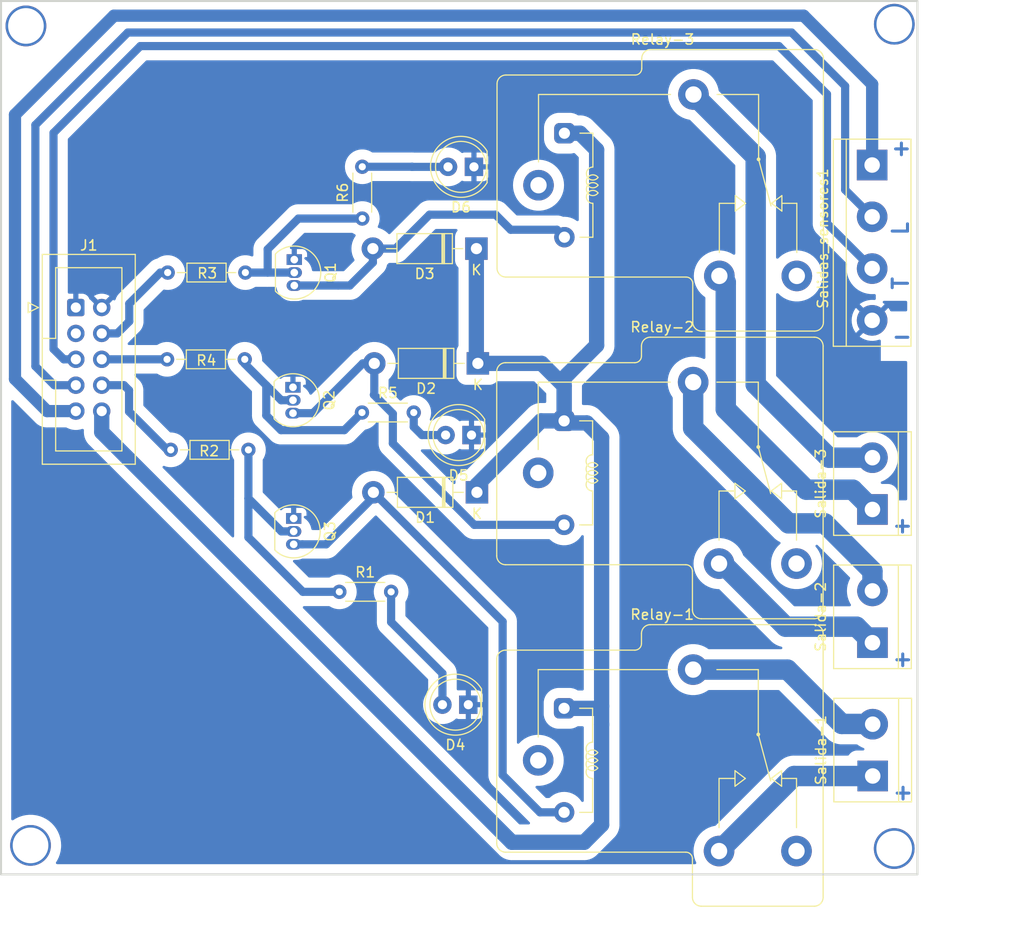
<source format=kicad_pcb>
(kicad_pcb (version 20211014) (generator pcbnew)
  (layers (0 "F.Cu" signal) (31 "B.Cu" signal) (34 "B.Paste" user) (35 "F.Paste" user) (36 "B.SilkS" user "B.Silkscreen") (37 "F.SilkS" user "F.Silkscreen") (38 "B.Mask" user) (39 "F.Mask" user) (44 "Edge.Cuts" user))
  (net 0 "")
  (net 1 "GND")
  (net 2 "Net-(D4-Pad2)")
  (net 3 "+5V")
  (net 4 "Net-(D5-Pad2)")
  (net 5 "+12V")
  (net 6 "Net-(D6-Pad2)")
  (net 8 "Net-(Q1-Pad2)")
  (net 9 "Net-(Q2-Pad2)")
  (net 10 "Net-(Q3-Pad2)")
  (net 11 "Net-(J1-Pad4)")
  (net 12 "Net-(Relay-1-Pad11A)")
  (net 14 "Net-(Relay-2-Pad11A)")
  (net 16 "Net-(Relay-3-Pad11A)")
  (net 18 "Net-(Relay-1-Pad14)")
  (net 19 "Net-(Relay-2-Pad14)")
  (net 20 "Net-(Relay-3-Pad14)")
  (net 21 "Net-(D1-Pad2)")
  (net 22 "Net-(D2-Pad2)")
  (net 23 "Net-(J1-Pad5)")
  (net 24 "Net-(J1-Pad6)")
  (net 25 "Net-(J1-Pad7)")
  (net 26 "Net-(D3-Pad2)")
  (net 27 "Net-(J1-Pad8)")
  (footprint "Resistor_THT:R_Axial_DIN0204_L3.6mm_D1.6mm_P5.08mm_Horizontal" (layer "F.Cu") (at 135.01 109.08)
    (fp_text reference "R1" (at 2.54 -1.92) (layer "F.SilkS"))
    (fp_text value "470")
    (fp_line (start 0.62 0.92) (end 4.46 0.92) (layer "F.SilkS") (width 0.12))
    (fp_line (start 0.62 -0.92) (end 4.46 -0.92) (layer "F.SilkS") (width 0.12))
    (pad "1" thru_hole circle (at 0 0) (size 1.4 1.4) (drill 0.7) (layers *.Cu *.Mask) (net 10 "Net-(Q3-Pad2)"))
    (pad "2" thru_hole oval (at 5.08 0) (size 1.4 1.4) (drill 0.7) (layers *.Cu *.Mask) (net 2 "Net-(D4-Pad2)"))
  )
  (footprint "LED_THT:LED_D5.0mm" (layer "F.Cu") (at 147.665 120.15 180)
    (fp_text reference "D4" (at 1.27 -3.96) (layer "F.SilkS"))
    (fp_text value "LED")
    (fp_line (start -1.29 -1.545) (end -1.29 1.545) (layer "F.SilkS") (width 0.12))
    (fp_arc (start 4.26 -0.000462) (mid 2.072002 2.880433) (end -1.29 1.54483) (layer "F.SilkS") (width 0.12))
    (fp_arc (start -1.29 -1.54483) (mid 2.072002 -2.880433) (end 4.26 0.000462) (layer "F.SilkS") (width 0.12))
    (fp_circle (center 1.27 0) (end 3.77 0) (layer "F.SilkS") (width 0.12) (fill none))
    (pad "1" thru_hole rect (at 0 0 180) (size 1.8 1.8) (drill 0.9) (layers *.Cu *.Mask) (net 1 "GND"))
    (pad "2" thru_hole circle (at 2.54 0 180) (size 1.8 1.8) (drill 0.9) (layers *.Cu *.Mask) (net 2 "Net-(D4-Pad2)"))
  )
  (footprint "Resistor_THT:R_Axial_DIN0204_L3.6mm_D1.6mm_P7.62mm_Horizontal" (layer "F.Cu") (at 125.79 77.76 180)
    (fp_text reference "R3" (at 3.74 -0.07) (layer "F.SilkS"))
    (fp_text value "4k7")
    (fp_line (start 1.89 -0.92) (end 1.89 0.92) (layer "F.SilkS") (width 0.12))
    (fp_line (start 5.73 0.92) (end 5.73 -0.92) (layer "F.SilkS") (width 0.12))
    (fp_line (start 6.68 0) (end 5.73 0) (layer "F.SilkS") (width 0.12))
    (fp_line (start 1.89 0.92) (end 5.73 0.92) (layer "F.SilkS") (width 0.12))
    (fp_line (start 5.73 -0.92) (end 1.89 -0.92) (layer "F.SilkS") (width 0.12))
    (fp_line (start 0.94 0) (end 1.89 0) (layer "F.SilkS") (width 0.12))
    (pad "1" thru_hole circle (at 0 0 180) (size 1.4 1.4) (drill 0.7) (layers *.Cu *.Mask) (net 8 "Net-(Q1-Pad2)"))
    (pad "2" thru_hole oval (at 7.62 0 180) (size 1.4 1.4) (drill 0.7) (layers *.Cu *.Mask) (net 11 "Net-(J1-Pad4)"))
  )
  (footprint "Relay_THT:Relay_SPDT_RAYEX-L90" (layer "F.Cu") (at 154.55 69.19)
    (fp_text reference "Relay-3" (at 12.1666 -14.3) (layer "F.SilkS"))
    (fp_text value "RAYEX-L90")
    (fp_line (start -4.07 -9.94) (end -4.07 8.14) (layer "F.SilkS") (width 0.12))
    (fp_line (start 17.74 6.604) (end 17.74 1.778) (layer "F.SilkS") (width 0.12))
    (fp_line (start 19.304 2.54) (end 20.32 1.778) (layer "F.SilkS") (width 0.12))
    (fp_line (start 5.334 5.1054) (end 4.064 5.1054) (layer "F.SilkS") (width 0.12))
    (fp_line (start 23.876 1.778) (end 25.34 1.778) (layer "F.SilkS") (width 0.12))
    (fp_line (start -3.2 -10.81) (end 9.48 -10.81) (layer "F.SilkS") (width 0.12))
    (fp_line (start 0 -8.9) (end 12.954 -8.9) (layer "F.SilkS") (width 0.12))
    (fp_line (start 0 -8.9) (end 0 -2.286) (layer "F.SilkS") (width 0.12))
    (fp_line (start 15.13 9.66) (end 15.13 13.44) (layer "F.SilkS") (width 0.12))
    (fp_line (start 22.86 1.778) (end 23.876 1.016) (layer "F.SilkS") (width 0.12))
    (fp_line (start 10.13 -12.44) (end 10.13 -11.46) (layer "F.SilkS") (width 0.12))
    (fp_line (start 21.59 -8.9) (end 17.526 -8.9) (layer "F.SilkS") (width 0.12))
    (fp_line (start 25.34 1.778) (end 25.34 6.604) (layer "F.SilkS") (width 0.12))
    (fp_line (start 20.32 1.778) (end 19.304 1.016) (layer "F.SilkS") (width 0.12))
    (fp_line (start 5.334 -1.778) (end 5.334 -5.1054) (layer "F.SilkS") (width 0.12))
    (fp_line (start 17.74 1.778) (end 19.304 1.778) (layer "F.SilkS") (width 0.12))
    (fp_line (start 21.59 -2.54) (end 22.8092 2.032) (layer "F.SilkS") (width 0.12))
    (fp_line (start 23.876 2.54) (end 23.876 1.016) (layer "F.SilkS") (width 0.12))
    (fp_line (start 16 14.31) (end 27.08 14.31) (layer "F.SilkS") (width 0.12))
    (fp_line (start 11 -13.31) (end 27.08 -13.31) (layer "F.SilkS") (width 0.12))
    (fp_line (start 5.334002 5.105397) (end 5.334002 1.777997) (layer "F.SilkS") (width 0.12))
    (fp_line (start 21.59 -2.54) (end 21.59 -8.9) (layer "F.SilkS") (width 0.12))
    (fp_line (start 27.95 -12.44) (end 27.95 13.44) (layer "F.SilkS") (width 0.12))
    (fp_line (start 19.304 1.016) (end 19.304 2.54) (layer "F.SilkS") (width 0.12))
    (fp_line (start 23.876 2.54) (end 22.86 1.778) (layer "F.SilkS") (width 0.12))
    (fp_line (start -3.2 9.01) (end 14.48 9.01) (layer "F.SilkS") (width 0.12))
    (fp_line (start 4.064 -5.1054) (end 5.334 -5.1054) (layer "F.SilkS") (width 0.12))
    (fp_arc (start 5.842266 0.761644) (mid 4.699001 0.381223) (end 5.842001 -0.000002) (layer "F.SilkS") (width 0.12))
    (fp_arc (start 10.13 -12.44) (mid 10.384817 -13.055183) (end 11 -13.31) (layer "F.SilkS") (width 0.12))
    (fp_arc (start 5.8418 -0.761733) (mid 4.765964 -0.859168) (end 5.334 -1.778) (layer "F.SilkS") (width 0.12))
    (fp_arc (start -4.07 -9.94) (mid -3.815183 -10.555183) (end -3.2 -10.81) (layer "F.SilkS") (width 0.12))
    (fp_arc (start 10.13 -11.46) (mid 9.939619 -11.000381) (end 9.48 -10.81) (layer "F.SilkS") (width 0.12))
    (fp_arc (start 14.48 9.01) (mid 14.939619 9.200381) (end 15.13 9.66) (layer "F.SilkS") (width 0.12))
    (fp_arc (start -3.2 9.01) (mid -3.815183 8.755183) (end -4.07 8.14) (layer "F.SilkS") (width 0.12))
    (fp_arc (start 16 14.31) (mid 15.384817 14.055183) (end 15.13 13.44) (layer "F.SilkS") (width 0.12))
    (fp_arc (start 27.08 -13.31) (mid 27.695183 -13.055183) (end 27.95 -12.44) (layer "F.SilkS") (width 0.12))
    (fp_arc (start 5.334002 1.777997) (mid 4.765966 0.859171) (end 5.841802 0.76173) (layer "F.SilkS") (width 0.12))
    (fp_arc (start 5.842265 -0.000355) (mid 4.699001 -0.380778) (end 5.842 -0.762001) (layer "F.SilkS") (width 0.12))
    (fp_arc (start 27.95 13.44) (mid 27.695183 14.055183) (end 27.08 14.31) (layer "F.SilkS") (width 0.12))
    (fp_circle (center 21.59 -2.54) (end 21.59 -2.413) (layer "F.SilkS") (width 0.12) (fill none))
    (pad "11A" thru_hole circle (at 0 0 180) (size 3 3) (drill 1.6) (layers *.Cu *.Mask) (net 16 "Net-(Relay-3-Pad11A)"))
    (pad "11B" thru_hole circle (at 15.2 -8.9 180) (size 3 3) (drill 1.6) (layers *.Cu *.Mask) (net 16 "Net-(Relay-3-Pad11A)"))
    (pad "12" thru_hole circle (at 25.34 8.9 180) (size 3 3) (drill 1.6) (layers *.Cu *.Mask))
    (pad "14" thru_hole circle (at 17.74 8.9 180) (size 3 3) (drill 1.6) (layers *.Cu *.Mask) (net 20 "Net-(Relay-3-Pad14)"))
    (pad "A1" thru_hole roundrect (at 2.54 -5.1 180) (size 2 2) (drill 1.1) (layers *.Cu *.Mask) (net 5 "+12V"))
    (pad "A2" thru_hole circle (at 2.54 5.1 180) (size 2 2) (drill 1.1) (layers *.Cu *.Mask) (net 26 "Net-(D3-Pad2)"))
  )
  (footprint "Connector_IDC:IDC-Header_2x05_P2.54mm_Vertical" (layer "F.Cu") (at 109.16 81.19)
    (fp_text reference "J1" (at 1.27 -6.1) (layer "F.SilkS"))
    (fp_text value "Conn_02x05_Odd_Even")
    (fp_line (start -1.98 3.03) (end -1.98 -3.91) (layer "F.SilkS") (width 0.12))
    (fp_line (start 5.83 15.37) (end -3.29 15.37) (layer "F.SilkS") (width 0.12))
    (fp_line (start -4.68 0.5) (end -3.68 0) (layer "F.SilkS") (width 0.12))
    (fp_line (start -1.98 14.07) (end -1.98 7.13) (layer "F.SilkS") (width 0.12))
    (fp_line (start -4.68 -0.5) (end -4.68 0.5) (layer "F.SilkS") (width 0.12))
    (fp_line (start -3.68 0) (end -4.68 -0.5) (layer "F.SilkS") (width 0.12))
    (fp_line (start -1.98 -3.91) (end 4.52 -3.91) (layer "F.SilkS") (width 0.12))
    (fp_line (start 5.83 -5.21) (end 5.83 15.37) (layer "F.SilkS") (width 0.12))
    (fp_line (start -3.29 15.37) (end -3.29 -5.21) (layer "F.SilkS") (width 0.12))
    (fp_line (start -3.29 -5.21) (end 5.83 -5.21) (layer "F.SilkS") (width 0.12))
    (fp_line (start -1.98 7.13) (end -3.29 7.13) (layer "F.SilkS") (width 0.12))
    (fp_line (start 4.52 14.07) (end -1.98 14.07) (layer "F.SilkS") (width 0.12))
    (fp_line (start -3.29 3.03) (end -1.98 3.03) (layer "F.SilkS") (width 0.12))
    (fp_line (start -1.98 7.13) (end -1.98 7.13) (layer "F.SilkS") (width 0.12))
    (fp_line (start 4.52 -3.91) (end 4.52 14.07) (layer "F.SilkS") (width 0.12))
    (pad "1" thru_hole roundrect (at 0 0) (size 1.7 1.7) (drill 1) (layers *.Cu *.Mask) (roundrect_rratio 0.147059) (net 1 "GND"))
    (pad "2" thru_hole circle (at 2.54 0) (size 1.7 1.7) (drill 1) (layers *.Cu *.Mask) (net 1 "GND"))
    (pad "3" thru_hole circle (at 0 2.54) (size 1.7 1.7) (drill 1) (layers *.Cu *.Mask))
    (pad "4" thru_hole circle (at 2.54 2.54) (size 1.7 1.7) (drill 1) (layers *.Cu *.Mask) (net 11 "Net-(J1-Pad4)"))
    (pad "5" thru_hole circle (at 0 5.08) (size 1.7 1.7) (drill 1) (layers *.Cu *.Mask) (net 23 "Net-(J1-Pad5)"))
    (pad "6" thru_hole circle (at 2.54 5.08) (size 1.7 1.7) (drill 1) (layers *.Cu *.Mask) (net 24 "Net-(J1-Pad6)"))
    (pad "7" thru_hole circle (at 0 7.62) (size 1.7 1.7) (drill 1) (layers *.Cu *.Mask) (net 25 "Net-(J1-Pad7)"))
    (pad "8" thru_hole circle (at 2.54 7.62) (size 1.7 1.7) (drill 1) (layers *.Cu *.Mask) (net 27 "Net-(J1-Pad8)"))
    (pad "9" thru_hole circle (at 0 10.16) (size 1.7 1.7) (drill 1) (layers *.Cu *.Mask) (net 3 "+5V"))
    (pad "10" thru_hole circle (at 2.54 10.16) (size 1.7 1.7) (drill 1) (layers *.Cu *.Mask) (net 5 "+12V"))
  )
  (footprint "Diode_THT:D_DO-41_SOD81_P10.16mm_Horizontal" (layer "F.Cu") (at 148.6 86.67 180)
    (fp_text reference "D2" (at 5.08 -2.47) (layer "F.SilkS"))
    (fp_text value "1N4007")
    (fp_text user "K" (at 0 -2.1) (layer "F.SilkS"))
    (fp_line (start 1.34 0) (end 2.36 0) (layer "F.SilkS") (width 0.12))
    (fp_line (start 2.36 1.47) (end 7.8 1.47) (layer "F.SilkS") (width 0.12))
    (fp_line (start 7.8 1.47) (end 7.8 -1.47) (layer "F.SilkS") (width 0.12))
    (fp_line (start 2.36 -1.47) (end 2.36 1.47) (layer "F.SilkS") (width 0.12))
    (fp_line (start 7.8 -1.47) (end 2.36 -1.47) (layer "F.SilkS") (width 0.12))
    (fp_line (start 3.38 -1.47) (end 3.38 1.47) (layer "F.SilkS") (width 0.12))
    (fp_line (start 3.14 -1.47) (end 3.14 1.47) (layer "F.SilkS") (width 0.12))
    (fp_line (start 3.26 -1.47) (end 3.26 1.47) (layer "F.SilkS") (width 0.12))
    (fp_line (start 8.82 0) (end 7.8 0) (layer "F.SilkS") (width 0.12))
    (pad "1" thru_hole rect (at 0 0 180) (size 2.2 2.2) (drill 1.1) (layers *.Cu *.Mask) (net 5 "+12V"))
    (pad "2" thru_hole oval (at 10.16 0 180) (size 2.2 2.2) (drill 1.1) (layers *.Cu *.Mask) (net 22 "Net-(D2-Pad2)"))
  )
  (footprint "LED_THT:LED_D5.0mm" (layer "F.Cu") (at 148.215 67.39 180)
    (fp_text reference "D6" (at 1.27 -3.96) (layer "F.SilkS"))
    (fp_text value "LED")
    (fp_line (start -1.29 -1.545) (end -1.29 1.545) (layer "F.SilkS") (width 0.12))
    (fp_arc (start 4.26 -0.000462) (mid 2.072002 2.880433) (end -1.29 1.54483) (layer "F.SilkS") (width 0.12))
    (fp_arc (start -1.29 -1.54483) (mid 2.072002 -2.880433) (end 4.26 0.000462) (layer "F.SilkS") (width 0.12))
    (fp_circle (center 1.27 0) (end 3.77 0) (layer "F.SilkS") (width 0.12) (fill none))
    (pad "1" thru_hole rect (at 0 0 180) (size 1.8 1.8) (drill 0.9) (layers *.Cu *.Mask) (net 1 "GND"))
    (pad "2" thru_hole circle (at 2.54 0 180) (size 1.8 1.8) (drill 0.9) (layers *.Cu *.Mask) (net 6 "Net-(D6-Pad2)"))
  )
  (footprint "TerminalBlock:TerminalBlock_bornier-4_P5.08mm" (layer "F.Cu") (at 187.28 67.21 -90)
    (fp_text reference "Salidas_sensores1" (at 7.205 4.835 90) (layer "F.SilkS"))
    (fp_text value "Conn_01x04")
    (fp_line (start -2.54 -3.81) (end -2.54 3.81) (layer "F.SilkS") (width 0.12))
    (fp_line (start -2.54 -3.81) (end 17.78 -3.81) (layer "F.SilkS") (width 0.12))
    (fp_line (start -2.54 3.81) (end 17.78 3.81) (layer "F.SilkS") (width 0.12))
    (fp_line (start 17.78 2.54) (end -2.54 2.54) (layer "F.SilkS") (width 0.12))
    (fp_line (start 17.78 3.81) (end 17.78 -3.81) (layer "F.SilkS") (width 0.12))
    (pad "1" thru_hole rect (at 0 0 270) (size 3 3) (drill 1.52) (layers *.Cu *.Mask) (net 3 "+5V"))
    (pad "2" thru_hole circle (at 5.08 0 270) (size 3 3) (drill 1.52) (layers *.Cu *.Mask) (net 25 "Net-(J1-Pad7)"))
    (pad "3" thru_hole circle (at 10.16 0 270) (size 3 3) (drill 1.52) (layers *.Cu *.Mask) (net 23 "Net-(J1-Pad5)"))
    (pad "4" thru_hole circle (at 15.24 0 270) (size 3 3) (drill 1.52) (layers *.Cu *.Mask) (net 1 "GND"))
  )
  (footprint "TerminalBlock:TerminalBlock_bornier-2_P5.08mm" (layer "F.Cu") (at 187.31 101 90)
    (fp_text reference "Salida-3" (at 2.54 -5.08 90) (layer "F.SilkS"))
    (fp_text value "Conn_01x02")
    (fp_line (start 7.62 3.81) (end 7.62 -3.81) (layer "F.SilkS") (width 0.12))
    (fp_line (start -2.54 3.81) (end 7.62 3.81) (layer "F.SilkS") (width 0.12))
    (fp_line (start 7.62 2.54) (end -2.54 2.54) (layer "F.SilkS") (width 0.12))
    (fp_line (start 7.62 -3.81) (end -2.54 -3.81) (layer "F.SilkS") (width 0.12))
    (fp_line (start -2.54 -3.81) (end -2.54 3.81) (layer "F.SilkS") (width 0.12))
    (pad "1" thru_hole rect (at 0 0 90) (size 3 3) (drill 1.52) (layers *.Cu *.Mask) (net 20 "Net-(Relay-3-Pad14)"))
    (pad "2" thru_hole circle (at 5.08 0 90) (size 3 3) (drill 1.52) (layers *.Cu *.Mask) (net 16 "Net-(Relay-3-Pad11A)"))
  )
  (footprint "Package_TO_SOT_THT:TO-92_Inline" (layer "F.Cu") (at 130.59 76.49 -90)
    (fp_text reference "Q1" (at 1.27 -3.56 90) (layer "F.SilkS"))
    (fp_text value "PN2222A")
    (fp_line (start -0.53 1.85) (end 3.07 1.85) (layer "F.SilkS") (width 0.12))
    (fp_arc (start 1.27 -2.6) (mid 3.672087 -0.994977) (end 3.108478 1.838478) (layer "F.SilkS") (width 0.12))
    (fp_arc (start -0.568478 1.838478) (mid -1.132087 -0.994977) (end 1.27 -2.6) (layer "F.SilkS") (width 0.12))
    (pad "1" thru_hole rect (at 0 0 270) (size 1.05 1.5) (drill 0.75) (layers *.Cu *.Mask) (net 1 "GND"))
    (pad "2" thru_hole oval (at 1.27 0 270) (size 1.05 1.5) (drill 0.75) (layers *.Cu *.Mask) (net 8 "Net-(Q1-Pad2)"))
    (pad "3" thru_hole oval (at 2.54 0 270) (size 1.05 1.5) (drill 0.75) (layers *.Cu *.Mask) (net 26 "Net-(D3-Pad2)"))
  )
  (footprint "Package_TO_SOT_THT:TO-92_Inline" (layer "F.Cu") (at 130.46 89.013832 -90)
    (fp_text reference "Q2" (at 1.27 -3.56 90) (layer "F.SilkS"))
    (fp_text value "PN2222A")
    (fp_line (start -0.53 1.85) (end 3.07 1.85) (layer "F.SilkS") (width 0.12))
    (fp_arc (start -0.568478 1.838478) (mid -1.132087 -0.994977) (end 1.27 -2.6) (layer "F.SilkS") (width 0.12))
    (fp_arc (start 1.27 -2.6) (mid 3.672087 -0.994977) (end 3.108478 1.838478) (layer "F.SilkS") (width 0.12))
    (pad "1" thru_hole rect (at 0 0 270) (size 1.05 1.5) (drill 0.75) (layers *.Cu *.Mask) (net 1 "GND"))
    (pad "2" thru_hole oval (at 1.27 0 270) (size 1.05 1.5) (drill 0.75) (layers *.Cu *.Mask) (net 9 "Net-(Q2-Pad2)"))
    (pad "3" thru_hole oval (at 2.54 0 270) (size 1.05 1.5) (drill 0.75) (layers *.Cu *.Mask) (net 22 "Net-(D2-Pad2)"))
  )
  (footprint "Diode_THT:D_DO-41_SOD81_P10.16mm_Horizontal" (layer "F.Cu") (at 148.46 75.41 180)
    (fp_text reference "D3" (at 5.08 -2.47) (layer "F.SilkS"))
    (fp_text value "1N4007")
    (fp_text user "K" (at 0 -2.1) (layer "F.SilkS"))
    (fp_line (start 3.26 -1.47) (end 3.26 1.47) (layer "F.SilkS") (width 0.12))
    (fp_line (start 8.82 0) (end 7.8 0) (layer "F.SilkS") (width 0.12))
    (fp_line (start 7.8 -1.47) (end 2.36 -1.47) (layer "F.SilkS") (width 0.12))
    (fp_line (start 2.36 -1.47) (end 2.36 1.47) (layer "F.SilkS") (width 0.12))
    (fp_line (start 1.34 0) (end 2.36 0) (layer "F.SilkS") (width 0.12))
    (fp_line (start 3.38 -1.47) (end 3.38 1.47) (layer "F.SilkS") (width 0.12))
    (fp_line (start 7.8 1.47) (end 7.8 -1.47) (layer "F.SilkS") (width 0.12))
    (fp_line (start 3.14 -1.47) (end 3.14 1.47) (layer "F.SilkS") (width 0.12))
    (fp_line (start 2.36 1.47) (end 7.8 1.47) (layer "F.SilkS") (width 0.12))
    (pad "1" thru_hole rect (at 0 0 180) (size 2.2 2.2) (drill 1.1) (layers *.Cu *.Mask) (net 5 "+12V"))
    (pad "2" thru_hole oval (at 10.16 0 180) (size 2.2 2.2) (drill 1.1) (layers *.Cu *.Mask) (net 26 "Net-(D3-Pad2)"))
  )
  (footprint "TerminalBlock:TerminalBlock_bornier-2_P5.08mm" (layer "F.Cu") (at 187.31 114.07 90)
    (fp_text reference "Salida-2" (at 2.54 -5.08 90) (layer "F.SilkS"))
    (fp_text value "Conn_01x02")
    (fp_line (start 7.62 3.81) (end 7.62 -3.81) (layer "F.SilkS") (width 0.12))
    (fp_line (start 7.62 -3.81) (end -2.54 -3.81) (layer "F.SilkS") (width 0.12))
    (fp_line (start 7.62 2.54) (end -2.54 2.54) (layer "F.SilkS") (width 0.12))
    (fp_line (start -2.54 3.81) (end 7.62 3.81) (layer "F.SilkS") (width 0.12))
    (fp_line (start -2.54 -3.81) (end -2.54 3.81) (layer "F.SilkS") (width 0.12))
    (pad "1" thru_hole rect (at 0 0 90) (size 3 3) (drill 1.52) (layers *.Cu *.Mask) (net 19 "Net-(Relay-2-Pad14)"))
    (pad "2" thru_hole circle (at 5.08 0 90) (size 3 3) (drill 1.52) (layers *.Cu *.Mask) (net 14 "Net-(Relay-2-Pad11A)"))
  )
  (footprint "Package_TO_SOT_THT:TO-92_Inline" (layer "F.Cu") (at 130.53 101.88 -90)
    (fp_text reference "Q3" (at 1.27 -3.56 90) (layer "F.SilkS"))
    (fp_text value "PN2222A")
    (fp_line (start -0.53 1.85) (end 3.07 1.85) (layer "F.SilkS") (width 0.12))
    (fp_arc (start 1.27 -2.6) (mid 3.672087 -0.994977) (end 3.108478 1.838478) (layer "F.SilkS") (width 0.12))
    (fp_arc (start -0.568478 1.838478) (mid -1.132087 -0.994977) (end 1.27 -2.6) (layer "F.SilkS") (width 0.12))
    (pad "1" thru_hole rect (at 0 0 270) (size 1.05 1.5) (drill 0.75) (layers *.Cu *.Mask) (net 1 "GND"))
    (pad "2" thru_hole oval (at 1.27 0 270) (size 1.05 1.5) (drill 0.75) (layers *.Cu *.Mask) (net 10 "Net-(Q3-Pad2)"))
    (pad "3" thru_hole oval (at 2.54 0 270) (size 1.05 1.5) (drill 0.75) (layers *.Cu *.Mask) (net 21 "Net-(D1-Pad2)"))
  )
  (footprint "TerminalBlock:TerminalBlock_bornier-2_P5.08mm" (layer "F.Cu") (at 187.335 127.145 90)
    (fp_text reference "Salida-1" (at 2.54 -5.08 90) (layer "F.SilkS"))
    (fp_text value "Conn_01x02")
    (fp_line (start -2.54 3.81) (end 7.62 3.81) (layer "F.SilkS") (width 0.12))
    (fp_line (start 7.62 -3.81) (end -2.54 -3.81) (layer "F.SilkS") (width 0.12))
    (fp_line (start 7.62 3.81) (end 7.62 -3.81) (layer "F.SilkS") (width 0.12))
    (fp_line (start -2.54 -3.81) (end -2.54 3.81) (layer "F.SilkS") (width 0.12))
    (fp_line (start 7.62 2.54) (end -2.54 2.54) (layer "F.SilkS") (width 0.12))
    (pad "1" thru_hole rect (at 0 0 90) (size 3 3) (drill 1.52) (layers *.Cu *.Mask) (net 18 "Net-(Relay-1-Pad14)"))
    (pad "2" thru_hole circle (at 5.08 0 90) (size 3 3) (drill 1.52) (layers *.Cu *.Mask) (net 12 "Net-(Relay-1-Pad11A)"))
  )
  (footprint "Relay_THT:Relay_SPDT_RAYEX-L90" (layer "F.Cu") (at 154.52 97.41)
    (fp_text reference "Relay-2" (at 12.1666 -14.3) (layer "F.SilkS"))
    (fp_text value "RAYEX-L90")
    (fp_line (start 5.334 -1.778) (end 5.334 -5.1054) (layer "F.SilkS") (width 0.12))
    (fp_line (start -4.07 -9.94) (end -4.07 8.14) (layer "F.SilkS") (width 0.12))
    (fp_line (start 16 14.31) (end 27.08 14.31) (layer "F.SilkS") (width 0.12))
    (fp_line (start 21.59 -8.9) (end 17.526 -8.9) (layer "F.SilkS") (width 0.12))
    (fp_line (start 23.876 2.54) (end 22.86 1.778) (layer "F.SilkS") (width 0.12))
    (fp_line (start 23.876 2.54) (end 23.876 1.016) (layer "F.SilkS") (width 0.12))
    (fp_line (start 17.74 1.778) (end 19.304 1.778) (layer "F.SilkS") (width 0.12))
    (fp_line (start 10.13 -12.44) (end 10.13 -11.46) (layer "F.SilkS") (width 0.12))
    (fp_line (start 15.13 9.66) (end 15.13 13.44) (layer "F.SilkS") (width 0.12))
    (fp_line (start 21.59 -2.54) (end 21.59 -8.9) (layer "F.SilkS") (width 0.12))
    (fp_line (start -3.2 9.01) (end 14.48 9.01) (layer "F.SilkS") (width 0.12))
    (fp_line (start 22.86 1.778) (end 23.876 1.016) (layer "F.SilkS") (width 0.12))
    (fp_line (start 27.95 -12.44) (end 27.95 13.44) (layer "F.SilkS") (width 0.12))
    (fp_line (start 25.34 1.778) (end 25.34 6.604) (layer "F.SilkS") (width 0.12))
    (fp_line (start 5.334 5.1054) (end 4.064 5.1054) (layer "F.SilkS") (width 0.12))
    (fp_line (start 4.064 -5.1054) (end 5.334 -5.1054) (layer "F.SilkS") (width 0.12))
    (fp_line (start 19.304 1.016) (end 19.304 2.54) (layer "F.SilkS") (width 0.12))
    (fp_line (start -3.2 -10.81) (end 9.48 -10.81) (layer "F.SilkS") (width 0.12))
    (fp_line (start 0 -8.9) (end 0 -2.286) (layer "F.SilkS") (width 0.12))
    (fp_line (start 0 -8.9) (end 12.954 -8.9) (layer "F.SilkS") (width 0.12))
    (fp_line (start 11 -13.31) (end 27.08 -13.31) (layer "F.SilkS") (width 0.12))
    (fp_line (start 5.334002 5.105397) (end 5.334002 1.777997) (layer "F.SilkS") (width 0.12))
    (fp_line (start 20.32 1.778) (end 19.304 1.016) (layer "F.SilkS") (width 0.12))
    (fp_line (start 23.876 1.778) (end 25.34 1.778) (layer "F.SilkS") (width 0.12))
    (fp_line (start 19.304 2.54) (end 20.32 1.778) (layer "F.SilkS") (width 0.12))
    (fp_line (start 21.59 -2.54) (end 22.8092 2.032) (layer "F.SilkS") (width 0.12))
    (fp_line (start 17.74 6.604) (end 17.74 1.778) (layer "F.SilkS") (width 0.12))
    (fp_arc (start 5.8418 -0.761733) (mid 4.765964 -0.859168) (end 5.334 -1.778) (layer "F.SilkS") (width 0.12))
    (fp_arc (start 5.842265 -0.000355) (mid 4.699001 -0.380778) (end 5.842 -0.762001) (layer "F.SilkS") (width 0.12))
    (fp_arc (start 5.842266 0.761644) (mid 4.699001 0.381223) (end 5.842001 -0.000002) (layer "F.SilkS") (width 0.12))
    (fp_arc (start 27.08 -13.31) (mid 27.695183 -13.055183) (end 27.95 -12.44) (layer "F.SilkS") (width 0.12))
    (fp_arc (start 16 14.31) (mid 15.384817 14.055183) (end 15.13 13.44) (layer "F.SilkS") (width 0.12))
    (fp_arc (start 27.95 13.44) (mid 27.695183 14.055183) (end 27.08 14.31) (layer "F.SilkS") (width 0.12))
    (fp_arc (start -4.07 -9.94) (mid -3.815183 -10.555183) (end -3.2 -10.81) (layer "F.SilkS") (width 0.12))
    (fp_arc (start 10.13 -11.46) (mid 9.939619 -11.000381) (end 9.48 -10.81) (layer "F.SilkS") (width 0.12))
    (fp_arc (start 5.334002 1.777997) (mid 4.765966 0.859171) (end 5.841802 0.76173) (layer "F.SilkS") (width 0.12))
    (fp_arc (start -3.2 9.01) (mid -3.815183 8.755183) (end -4.07 8.14) (layer "F.SilkS") (width 0.12))
    (fp_arc (start 10.13 -12.44) (mid 10.384817 -13.055183) (end 11 -13.31) (layer "F.SilkS") (width 0.12))
    (fp_arc (start 14.48 9.01) (mid 14.939619 9.200381) (end 15.13 9.66) (layer "F.SilkS") (width 0.12))
    (fp_circle (center 21.59 -2.54) (end 21.59 -2.413) (layer "F.SilkS") (width 0.12) (fill none))
    (pad "11A" thru_hole circle (at 0 0 180) (size 3 3) (drill 1.6) (layers *.Cu *.Mask) (net 14 "Net-(Relay-2-Pad11A)"))
    (pad "11B" thru_hole circle (at 15.2 -8.9 180) (size 3 3) (drill 1.6) (layers *.Cu *.Mask) (net 14 "Net-(Relay-2-Pad11A)"))
    (pad "12" thru_hole circle (at 25.34 8.9 180) (size 3 3) (drill 1.6) (layers *.Cu *.Mask))
    (pad "14" thru_hole circle (at 17.74 8.9 180) (size 3 3) (drill 1.6) (layers *.Cu *.Mask) (net 19 "Net-(Relay-2-Pad14)"))
    (pad "A1" thru_hole roundrect (at 2.54 -5.1 180) (size 2 2) (drill 1.1) (layers *.Cu *.Mask) (net 5 "+12V"))
    (pad "A2" thru_hole circle (at 2.54 5.1 180) (size 2 2) (drill 1.1) (layers *.Cu *.Mask) (net 22 "Net-(D2-Pad2)"))
  )
  (footprint "LED_THT:LED_D5.0mm" (layer "F.Cu") (at 147.975 93.7 180)
    (fp_text reference "D5" (at 1.27 -3.96) (layer "F.SilkS"))
    (fp_text value "LED")
    (fp_line (start -1.29 -1.545) (end -1.29 1.545) (layer "F.SilkS") (width 0.12))
    (fp_arc (start 4.26 -0.000462) (mid 2.072002 2.880433) (end -1.29 1.54483) (layer "F.SilkS") (width 0.12))
    (fp_arc (start -1.29 -1.54483) (mid 2.072002 -2.880433) (end 4.26 0.000462) (layer "F.SilkS") (width 0.12))
    (fp_circle (center 1.27 0) (end 3.77 0) (layer "F.SilkS") (width 0.12) (fill none))
    (pad "1" thru_hole rect (at 0 0 180) (size 1.8 1.8) (drill 0.9) (layers *.Cu *.Mask) (net 1 "GND"))
    (pad "2" thru_hole circle (at 2.54 0 180) (size 1.8 1.8) (drill 0.9) (layers *.Cu *.Mask) (net 4 "Net-(D5-Pad2)"))
  )
  (footprint "Resistor_THT:R_Axial_DIN0204_L3.6mm_D1.6mm_P7.62mm_Horizontal" (layer "F.Cu") (at 126.09 95.15 180)
    (fp_text reference "R2" (at 3.85 -0.12) (layer "F.SilkS"))
    (fp_text value "4k7")
    (fp_line (start 5.73 -0.92) (end 1.89 -0.92) (layer "F.SilkS") (width 0.12))
    (fp_line (start 1.89 0.92) (end 5.73 0.92) (layer "F.SilkS") (width 0.12))
    (fp_line (start 1.89 -0.92) (end 1.89 0.92) (layer "F.SilkS") (width 0.12))
    (fp_line (start 6.68 0) (end 5.73 0) (layer "F.SilkS") (width 0.12))
    (fp_line (start 5.73 0.92) (end 5.73 -0.92) (layer "F.SilkS") (width 0.12))
    (fp_line (start 0.94 0) (end 1.89 0) (layer "F.SilkS") (width 0.12))
    (pad "1" thru_hole circle (at 0 0 180) (size 1.4 1.4) (drill 0.7) (layers *.Cu *.Mask) (net 10 "Net-(Q3-Pad2)"))
    (pad "2" thru_hole oval (at 7.62 0 180) (size 1.4 1.4) (drill 0.7) (layers *.Cu *.Mask) (net 27 "Net-(J1-Pad8)"))
  )
  (footprint "Relay_THT:Relay_SPDT_RAYEX-L90" (layer "F.Cu") (at 154.52 125.61)
    (fp_text reference "Relay-1" (at 12.1666 -14.3) (layer "F.SilkS"))
    (fp_text value "RAYEX-L90")
    (fp_line (start 16 14.31) (end 27.08 14.31) (layer "F.SilkS") (width 0.12))
    (fp_line (start 21.59 -8.9) (end 17.526 -8.9) (layer "F.SilkS") (width 0.12))
    (fp_line (start 5.334 -1.778) (end 5.334 -5.1054) (layer "F.SilkS") (width 0.12))
    (fp_line (start 5.334 5.1054) (end 4.064 5.1054) (layer "F.SilkS") (width 0.12))
    (fp_line (start 21.59 -2.54) (end 21.59 -8.9) (layer "F.SilkS") (width 0.12))
    (fp_line (start 11 -13.31) (end 27.08 -13.31) (layer "F.SilkS") (width 0.12))
    (fp_line (start 19.304 2.54) (end 20.32 1.778) (layer "F.SilkS") (width 0.12))
    (fp_line (start 10.13 -12.44) (end 10.13 -11.46) (layer "F.SilkS") (width 0.12))
    (fp_line (start 4.064 -5.1054) (end 5.334 -5.1054) (layer "F.SilkS") (width 0.12))
    (fp_line (start 0 -8.9) (end 12.954 -8.9) (layer "F.SilkS") (width 0.12))
    (fp_line (start 0 -8.9) (end 0 -2.286) (layer "F.SilkS") (width 0.12))
    (fp_line (start 23.876 1.778) (end 25.34 1.778) (layer "F.SilkS") (width 0.12))
    (fp_line (start 22.86 1.778) (end 23.876 1.016) (layer "F.SilkS") (width 0.12))
    (fp_line (start 5.334002 5.105397) (end 5.334002 1.777997) (layer "F.SilkS") (width 0.12))
    (fp_line (start -3.2 -10.81) (end 9.48 -10.81) (layer "F.SilkS") (width 0.12))
    (fp_line (start 21.59 -2.54) (end 22.8092 2.032) (layer "F.SilkS") (width 0.12))
    (fp_line (start 15.13 9.66) (end 15.13 13.44) (layer "F.SilkS") (width 0.12))
    (fp_line (start 25.34 1.778) (end 25.34 6.604) (layer "F.SilkS") (width 0.12))
    (fp_line (start 20.32 1.778) (end 19.304 1.016) (layer "F.SilkS") (width 0.12))
    (fp_line (start 19.304 1.016) (end 19.304 2.54) (layer "F.SilkS") (width 0.12))
    (fp_line (start 23.876 2.54) (end 22.86 1.778) (layer "F.SilkS") (width 0.12))
    (fp_line (start 17.74 6.604) (end 17.74 1.778) (layer "F.SilkS") (width 0.12))
    (fp_line (start -4.07 -9.94) (end -4.07 8.14) (layer "F.SilkS") (width 0.12))
    (fp_line (start 27.95 -12.44) (end 27.95 13.44) (layer "F.SilkS") (width 0.12))
    (fp_line (start 23.876 2.54) (end 23.876 1.016) (layer "F.SilkS") (width 0.12))
    (fp_line (start -3.2 9.01) (end 14.48 9.01) (layer "F.SilkS") (width 0.12))
    (fp_line (start 17.74 1.778) (end 19.304 1.778) (layer "F.SilkS") (width 0.12))
    (fp_arc (start 16 14.31) (mid 15.384817 14.055183) (end 15.13 13.44) (layer "F.SilkS") (width 0.12))
    (fp_arc (start 14.48 9.01) (mid 14.939619 9.200381) (end 15.13 9.66) (layer "F.SilkS") (width 0.12))
    (fp_arc (start -4.07 -9.94) (mid -3.815183 -10.555183) (end -3.2 -10.81) (layer "F.SilkS") (width 0.12))
    (fp_arc (start 5.8418 -0.761733) (mid 4.765964 -0.859168) (end 5.334 -1.778) (layer "F.SilkS") (width 0.12))
    (fp_arc (start 10.13 -12.44) (mid 10.384817 -13.055183) (end 11 -13.31) (layer "F.SilkS") (width 0.12))
    (fp_arc (start 5.334002 1.777997) (mid 4.765966 0.859171) (end 5.841802 0.76173) (layer "F.SilkS") (width 0.12))
    (fp_arc (start 27.95 13.44) (mid 27.695183 14.055183) (end 27.08 14.31) (layer "F.SilkS") (width 0.12))
    (fp_arc (start 5.842265 -0.000355) (mid 4.699001 -0.380778) (end 5.842 -0.762001) (layer "F.SilkS") (width 0.12))
    (fp_arc (start 5.842266 0.761644) (mid 4.699001 0.381223) (end 5.842001 -0.000002) (layer "F.SilkS") (width 0.12))
    (fp_arc (start 10.13 -11.46) (mid 9.939619 -11.000381) (end 9.48 -10.81) (layer "F.SilkS") (width 0.12))
    (fp_arc (start -3.2 9.01) (mid -3.815183 8.755183) (end -4.07 8.14) (layer "F.SilkS") (width 0.12))
    (fp_arc (start 27.08 -13.31) (mid 27.695183 -13.055183) (end 27.95 -12.44) (layer "F.SilkS") (width 0.12))
    (fp_circle (center 21.59 -2.54) (end 21.59 -2.413) (layer "F.SilkS") (width 0.12) (fill none))
    (pad "11A" thru_hole circle (at 0 0 180) (size 3 3) (drill 1.6) (layers *.Cu *.Mask) (net 12 "Net-(Relay-1-Pad11A)"))
    (pad "11B" thru_hole circle (at 15.2 -8.9 180) (size 3 3) (drill 1.6) (layers *.Cu *.Mask) (net 12 "Net-(Relay-1-Pad11A)"))
    (pad "12" thru_hole circle (at 25.34 8.9 180) (size 3 3) (drill 1.6) (layers *.Cu *.Mask))
    (pad "14" thru_hole circle (at 17.74 8.9 180) (size 3 3) (drill 1.6) (layers *.Cu *.Mask) (net 18 "Net-(Relay-1-Pad14)"))
    (pad "A1" thru_hole roundrect (at 2.54 -5.1 180) (size 2 2) (drill 1.1) (layers *.Cu *.Mask) (net 5 "+12V"))
    (pad "A2" thru_hole circle (at 2.54 5.1 180) (size 2 2) (drill 1.1) (layers *.Cu *.Mask) (net 21 "Net-(D1-Pad2)"))
  )
  (footprint "Diode_THT:D_DO-41_SOD81_P10.16mm_Horizontal" (layer "F.Cu") (at 148.51 99.32 180)
    (fp_text reference "D1" (at 5.08 -2.47) (layer "F.SilkS"))
    (fp_text value "1N4007")
    (fp_text user "K" (at 0 -2.1) (layer "F.SilkS"))
    (fp_line (start 3.26 -1.47) (end 3.26 1.47) (layer "F.SilkS") (width 0.12))
    (fp_line (start 2.36 -1.47) (end 2.36 1.47) (layer "F.SilkS") (width 0.12))
    (fp_line (start 7.8 -1.47) (end 2.36 -1.47) (layer "F.SilkS") (width 0.12))
    (fp_line (start 1.34 0) (end 2.36 0) (layer "F.SilkS") (width 0.12))
    (fp_line (start 3.38 -1.47) (end 3.38 1.47) (layer "F.SilkS") (width 0.12))
    (fp_line (start 7.8 1.47) (end 7.8 -1.47) (layer "F.SilkS") (width 0.12))
    (fp_line (start 8.82 0) (end 7.8 0) (layer "F.SilkS") (width 0.12))
    (fp_line (start 3.14 -1.47) (end 3.14 1.47) (layer "F.SilkS") (width 0.12))
    (fp_line (start 2.36 1.47) (end 7.8 1.47) (layer "F.SilkS") (width 0.12))
    (pad "1" thru_hole rect (at 0 0 180) (size 2.2 2.2) (drill 1.1) (layers *.Cu *.Mask) (net 5 "+12V"))
    (pad "2" thru_hole oval (at 10.16 0 180) (size 2.2 2.2) (drill 1.1) (layers *.Cu *.Mask) (net 21 "Net-(D1-Pad2)"))
  )
  (footprint "Resistor_THT:R_Axial_DIN0204_L3.6mm_D1.6mm_P7.62mm_Horizontal" (layer "F.Cu") (at 125.73 86.27 180)
    (fp_text reference "R4" (at 3.77 -0.12) (layer "F.SilkS"))
    (fp_text value "4k7")
    (fp_line (start 0.94 0) (end 1.89 0) (layer "F.SilkS") (width 0.12))
    (fp_line (start 1.89 0.92) (end 5.73 0.92) (layer "F.SilkS") (width 0.12))
    (fp_line (start 1.89 -0.92) (end 1.89 0.92) (layer "F.SilkS") (width 0.12))
    (fp_line (start 6.68 0) (end 5.73 0) (layer "F.SilkS") (width 0.12))
    (fp_line (start 5.73 -0.92) (end 1.89 -0.92) (layer "F.SilkS") (width 0.12))
    (fp_line (start 5.73 0.92) (end 5.73 -0.92) (layer "F.SilkS") (width 0.12))
    (pad "1" thru_hole circle (at 0 0 180) (size 1.4 1.4) (drill 0.7) (layers *.Cu *.Mask) (net 9 "Net-(Q2-Pad2)"))
    (pad "2" thru_hole oval (at 7.62 0 180) (size 1.4 1.4) (drill 0.7) (layers *.Cu *.Mask) (net 24 "Net-(J1-Pad6)"))
  )
  (footprint "Resistor_THT:R_Axial_DIN0204_L3.6mm_D1.6mm_P5.08mm_Horizontal" (layer "F.Cu") (at 137.23 91.49)
    (fp_text reference "R5" (at 2.54 -1.92) (layer "F.SilkS"))
    (fp_text value "470")
    (fp_line (start 0.62 -0.92) (end 4.46 -0.92) (layer "F.SilkS") (width 0.12))
    (fp_line (start 0.62 0.92) (end 4.46 0.92) (layer "F.SilkS") (width 0.12))
    (pad "1" thru_hole circle (at 0 0) (size 1.4 1.4) (drill 0.7) (layers *.Cu *.Mask) (net 9 "Net-(Q2-Pad2)"))
    (pad "2" thru_hole oval (at 5.08 0) (size 1.4 1.4) (drill 0.7) (layers *.Cu *.Mask) (net 4 "Net-(D5-Pad2)"))
  )
  (footprint "Resistor_THT:R_Axial_DIN0204_L3.6mm_D1.6mm_P5.08mm_Horizontal" (layer "F.Cu") (at 137.26 72.46 90)
    (fp_text reference "R6" (at 2.54 -1.92 90) (layer "F.SilkS"))
    (fp_text value "470")
    (fp_line (start 0.62 0.92) (end 4.46 0.92) (layer "F.SilkS") (width 0.12))
    (fp_line (start 0.62 -0.92) (end 4.46 -0.92) (layer "F.SilkS") (width 0.12))
    (pad "1" thru_hole circle (at 0 0 90) (size 1.4 1.4) (drill 0.7) (layers *.Cu *.Mask) (net 8 "Net-(Q1-Pad2)"))
    (pad "2" thru_hole oval (at 5.08 0 90) (size 1.4 1.4) (drill 0.7) (layers *.Cu *.Mask) (net 6 "Net-(D6-Pad2)"))
  )
  (gr_rect (start 101.82 51.12) (end 191.72 136.8) (layer "Edge.Cuts") (width 0.2) (fill none))
  (gr_text "+\n" (at 190.15 65.52) (layer "B.Cu") (effects (font (size 1.5 1.5) (thickness 0.3))))
  (gr_text "+\n" (at 190.31 128.72) (layer "B.Cu") (effects (font (size 1.5 1.5) (thickness 0.3)) (justify mirror)))
  (gr_text "+\n" (at 190.26 102.54) (layer "B.Cu") (effects (font (size 1.5 1.5) (thickness 0.3)) (justify mirror)))
  (gr_text "-" (at 190.21 84) (layer "B.Cu") (effects (font (size 1.5 1.5) (thickness 0.3))))
  (gr_text "+\n" (at 190.28 115.64) (layer "B.Cu") (effects (font (size 1.5 1.5) (thickness 0.3)) (justify mirror)))
  (gr_text "T" (at 190.07 78.81 90) (layer "B.Cu") (effects (font (size 1.5 1.5) (thickness 0.3))))
  (gr_text "L\n" (at 190.07 73.44 90) (layer "B.Cu") (effects (font (size 1.5 1.5) (thickness 0.3))))
  (via (at 189.445005 134.265) (size 4) (drill 3.5) (layers "F.Cu" "B.Cu") (net 0))
  (via (at 104.715005 133.955005) (size 4) (drill 3.5) (layers "F.Cu" "B.Cu") (net 0))
  (via (at 104.265 53.565) (size 4) (drill 3.5) (layers "F.Cu" "B.Cu") (net 0))
  (via (at 189.455006 53.39502) (size 4) (drill 3.5) (layers "F.Cu" "B.Cu") (net 0))
  (segment (start 111.6625 81.18) (end 111.68 81.18) (width 0.8) (layer "B.Cu") (net 1))
  (segment (start 140.09 112.045) (end 145.125 117.08) (width 0.8) (layer "B.Cu") (net 2))
  (segment (start 140.09 109.08) (end 140.09 112.045) (width 0.8) (layer "B.Cu") (net 2))
  (segment (start 145.125 117.08) (end 145.125 120.15) (width 0.8) (layer "B.Cu") (net 2))
  (segment (start 103.19 62.27) (end 112.9 52.56) (width 1.2) (layer "B.Cu") (net 3))
  (segment (start 180.56 52.56) (end 187.28 59.28) (width 1.2) (layer "B.Cu") (net 3))
  (segment (start 106.34 91.35) (end 103.19 88.2) (width 1.2) (layer "B.Cu") (net 3))
  (segment (start 187.28 59.28) (end 187.28 67.21) (width 1.2) (layer "B.Cu") (net 3))
  (segment (start 103.19 88.2) (end 103.19 62.27) (width 1.2) (layer "B.Cu") (net 3))
  (segment (start 112.9 52.56) (end 180.56 52.56) (width 1.2) (layer "B.Cu") (net 3))
  (segment (start 109.16 91.35) (end 106.34 91.35) (width 1.2) (layer "B.Cu") (net 3))
  (segment (start 142.31 91.49) (end 142.31 92.9) (width 0.8) (layer "B.Cu") (net 4))
  (segment (start 143.11 93.7) (end 145.435 93.7) (width 0.8) (layer "B.Cu") (net 4))
  (segment (start 142.31 92.9) (end 143.11 93.7) (width 0.8) (layer "B.Cu") (net 4))
  (segment (start 157.06 88.88) (end 157.06 92.31) (width 1.5) (layer "B.Cu") (net 5))
  (segment (start 160.74 131.94) (end 160.74 122.06) (width 1.5) (layer "B.Cu") (net 5))
  (segment (start 160.25 65.72) (end 160.25 84.9) (width 1.5) (layer "B.Cu") (net 5))
  (segment (start 157.06 88.09) (end 157.56 87.59) (width 1.5) (layer "B.Cu") (net 5))
  (segment (start 159.29 92.51) (end 160.74 93.96) (width 1.5) (layer "B.Cu") (net 5))
  (segment (start 148.51 98.59) (end 148.51 99.32) (width 1.5) (layer "B.Cu") (net 5))
  (segment (start 159.03 133.65) (end 160.74 131.94) (width 1.5) (layer "B.Cu") (net 5))
  (segment (start 160.53 120.51) (end 160.74 120.3) (width 0.8) (layer "B.Cu") (net 5))
  (segment (start 148.6 86.67) (end 154.85 86.67) (width 1.5) (layer "B.Cu") (net 5))
  (segment (start 157.06 92.31) (end 154.79 92.31) (width 1.5) (layer "B.Cu") (net 5))
  (segment (start 154.79 92.31) (end 148.51 98.59) (width 1.5) (layer "B.Cu") (net 5))
  (segment (start 154.85 86.67) (end 157.06 88.88) (width 1.5) (layer "B.Cu") (net 5))
  (segment (start 157.06 92.31) (end 157.26 92.51) (width 1.5) (layer "B.Cu") (net 5))
  (segment (start 111.7 91.41) (end 111.7 91.35) (width 0.8) (layer "B.Cu") (net 5))
  (segment (start 148.45 86.52) (end 148.6 86.67) (width 1.5) (layer "B.Cu") (net 5))
  (segment (start 160.74 120.3) (end 160.74 122.13) (width 1.5) (layer "B.Cu") (net 5))
  (segment (start 111.7 91.35) (end 111.7 93.412) (width 1.5) (layer "B.Cu") (net 5))
  (segment (start 160.74 93.96) (end 160.74 120.3) (width 1.5) (layer "B.Cu") (net 5))
  (segment (start 157.06 92.31) (end 157.06 88.09) (width 1.5) (layer "B.Cu") (net 5))
  (segment (start 151.938 133.65) (end 159.03 133.65) (width 1.5) (layer "B.Cu") (net 5))
  (segment (start 158.62 64.09) (end 160.25 65.72) (width 1.5) (layer "B.Cu") (net 5))
  (segment (start 111.7 93.412) (end 151.938 133.65) (width 1.5) (layer "B.Cu") (net 5))
  (segment (start 148.45 75.42) (end 148.45 86.52) (width 1.5) (layer "B.Cu") (net 5))
  (segment (start 148.46 75.41) (end 148.45 75.42) (width 1.5) (layer "B.Cu") (net 5))
  (segment (start 157.09 64.09) (end 158.62 64.09) (width 1.5) (layer "B.Cu") (net 5))
  (segment (start 111.65 91.46) (end 111.7 91.41) (width 0.8) (layer "B.Cu") (net 5))
  (segment (start 157.06 120.51) (end 160.53 120.51) (width 1.5) (layer "B.Cu") (net 5))
  (segment (start 157.26 92.51) (end 159.29 92.51) (width 1.5) (layer "B.Cu") (net 5))
  (segment (start 160.25 84.9) (end 157.35 87.8) (width 1.5) (layer "B.Cu") (net 5))
  (segment (start 145.675 67.39) (end 142.15 67.39) (width 0.8) (layer "B.Cu") (net 6))
  (segment (start 142.14 67.38) (end 142.15 67.39) (width 0.8) (layer "B.Cu") (net 6))
  (segment (start 137.26 67.38) (end 142.14 67.38) (width 0.8) (layer "B.Cu") (net 6))
  (segment (start 127.98 77.76) (end 130.59 77.76) (width 0.8) (layer "B.Cu") (net 8))
  (segment (start 130.994 72.46) (end 127.98 75.474) (width 0.8) (layer "B.Cu") (net 8))
  (segment (start 125.79 77.76) (end 127.98 77.76) (width 0.8) (layer "B.Cu") (net 8))
  (segment (start 127.98 75.474) (end 127.98 77.76) (width 0.8) (layer "B.Cu") (net 8))
  (segment (start 137.26 72.46) (end 130.994 72.46) (width 0.8) (layer "B.Cu") (net 8))
  (segment (start 129.303832 90.283832) (end 130.46 90.283832) (width 0.8) (layer "B.Cu") (net 9))
  (segment (start 125.73 86.27) (end 125.73 86.71) (width 0.8) (layer "B.Cu") (net 9))
  (segment (start 125.73 86.71) (end 127.841 88.821) (width 0.8) (layer "B.Cu") (net 9))
  (segment (start 137.23 91.49) (end 135.502 93.218) (width 0.8) (layer "B.Cu") (net 9))
  (segment (start 127.841 88.821) (end 129.303832 90.283832) (width 0.8) (layer "B.Cu") (net 9))
  (segment (start 135.502 93.218) (end 129.286 93.218) (width 0.8) (layer "B.Cu") (net 9))
  (segment (start 127.841 91.773) (end 127.841 88.821) (width 0.8) (layer "B.Cu") (net 9))
  (segment (start 129.286 93.218) (end 127.841 91.773) (width 0.8) (layer "B.Cu") (net 9))
  (segment (start 129.325 103.15) (end 130.53 103.15) (width 0.8) (layer "B.Cu") (net 10))
  (segment (start 126.09 99.915) (end 129.325 103.15) (width 0.8) (layer "B.Cu") (net 10))
  (segment (start 131.432 109.08) (end 126.09 103.738) (width 0.8) (layer "B.Cu") (net 10))
  (segment (start 135.01 109.08) (end 131.432 109.08) (width 0.8) (layer "B.Cu") (net 10))
  (segment (start 126.09 103.738) (end 126.09 99.915) (width 0.8) (layer "B.Cu") (net 10))
  (segment (start 126.09 95.15) (end 126.09 99.915) (width 0.8) (layer "B.Cu") (net 10))
  (segment (start 117.45 77.76) (end 114.4 80.81) (width 0.8) (layer "B.Cu") (net 11))
  (segment (start 114.4 80.81) (end 114.4 82.55) (width 0.8) (layer "B.Cu") (net 11))
  (segment (start 118.17 77.76) (end 117.45 77.76) (width 0.8) (layer "B.Cu") (net 11))
  (segment (start 114.4 82.55) (end 113.22 83.73) (width 0.8) (layer "B.Cu") (net 11))
  (segment (start 113.22 83.73) (end 111.7 83.73) (width 0.8) (layer "B.Cu") (net 11))
  (segment (start 178.97 116.71) (end 169.72 116.71) (width 2) (layer "B.Cu") (net 12))
  (segment (start 187.335 122.065) (end 187.31 122.04) (width 0.8) (layer "B.Cu") (net 12))
  (segment (start 187.31 122.04) (end 184.3 122.04) (width 2) (layer "B.Cu") (net 12))
  (segment (start 184.3 122.04) (end 178.97 116.71) (width 2) (layer "B.Cu") (net 12))
  (segment (start 187.31 107.046) (end 182.626 102.362) (width 2) (layer "B.Cu") (net 14))
  (segment (start 187.31 108.99) (end 187.31 107.046) (width 2) (layer "B.Cu") (net 14))
  (segment (start 179.07 102.362) (end 169.72 93.012) (width 2) (layer "B.Cu") (net 14))
  (segment (start 169.72 93.012) (end 169.72 88.51) (width 2) (layer "B.Cu") (net 14))
  (segment (start 182.626 102.362) (end 179.07 102.362) (width 2) (layer "B.Cu") (net 14))
  (segment (start 187.31 95.92) (end 183.042 95.92) (width 2) (layer "B.Cu") (net 16))
  (segment (start 175.854987 88.732987) (end 175.854987 66.394987) (width 2) (layer "B.Cu") (net 16))
  (segment (start 183.042 95.92) (end 175.854987 88.732987) (width 2) (layer "B.Cu") (net 16))
  (segment (start 175.854987 66.394987) (end 169.75 60.29) (width 2) (layer "B.Cu") (net 16))
  (segment (start 187.33 127.15) (end 187.335 127.145) (width 0.8) (layer "B.Cu") (net 18))
  (segment (start 172.26 134.51) (end 179.62 127.15) (width 2) (layer "B.Cu") (net 18))
  (segment (start 179.62 127.15) (end 187.33 127.15) (width 2) (layer "B.Cu") (net 18))
  (segment (start 172.604 106.31) (end 172.26 106.31) (width 2) (layer "B.Cu") (net 19))
  (segment (start 178.794 112.5) (end 172.604 106.31) (width 2) (layer "B.Cu") (net 19))
  (segment (start 185.74 112.5) (end 178.794 112.5) (width 2) (layer "B.Cu") (net 19))
  (segment (start 187.31 114.07) (end 185.74 112.5) (width 2) (layer "B.Cu") (net 19))
  (segment (start 172.92 91.16) (end 172.92 78.72) (width 2) (layer "B.Cu") (net 20))
  (segment (start 180.82 99.06) (end 172.92 91.16) (width 2) (layer "B.Cu") (net 20))
  (segment (start 187.31 101) (end 185.37 99.06) (width 2) (layer "B.Cu") (net 20))
  (segment (start 172.92 78.72) (end 172.29 78.09) (width 2) (layer "B.Cu") (net 20))
  (segment (start 185.37 99.06) (end 180.82 99.06) (width 2) (layer "B.Cu") (net 20))
  (segment (start 130.53 104.42) (end 131.39 104.42) (width 0.8) (layer "B.Cu") (net 21))
  (segment (start 131.39 104.42) (end 133.72 104.42) (width 0.8) (layer "B.Cu") (net 21))
  (segment (start 138.35 99.32) (end 151.03 112) (width 0.8) (layer "B.Cu") (net 21))
  (segment (start 138.35 99.79) (end 138.35 99.32) (width 0.8) (layer "B.Cu") (net 21))
  (segment (start 151.03 112) (end 151.03 127.05) (width 0.8) (layer "B.Cu") (net 21))
  (segment (start 151.03 127.05) (end 154.69 130.71) (width 0.8) (layer "B.Cu") (net 21))
  (segment (start 154.69 130.71) (end 157.06 130.71) (width 0.8) (layer "B.Cu") (net 21))
  (segment (start 133.72 104.42) (end 138.35 99.79) (width 0.8) (layer "B.Cu") (net 21))
  (segment (start 138.44 89.71) (end 138.44 86.67) (width 0.8) (layer "B.Cu") (net 22))
  (segment (start 130.46 91.553832) (end 132.426168 91.553832) (width 0.8) (layer "B.Cu") (net 22))
  (segment (start 140.26 94.52) (end 148.25 102.51) (width 0.8) (layer "B.Cu") (net 22))
  (segment (start 138.4 89.75) (end 138.44 89.71) (width 0.8) (layer "B.Cu") (net 22))
  (segment (start 137.31 86.67) (end 138.44 86.67) (width 0.8) (layer "B.Cu") (net 22))
  (segment (start 132.426168 91.553832) (end 137.31 86.67) (width 0.8) (layer "B.Cu") (net 22))
  (segment (start 140.26 91.61) (end 140.26 94.52) (width 0.8) (layer "B.Cu") (net 22))
  (segment (start 148.25 102.51) (end 157.06 102.51) (width 0.8) (layer "B.Cu") (net 22))
  (segment (start 138.4 89.75) (end 140.26 91.61) (width 0.8) (layer "B.Cu") (net 22))
  (segment (start 106.97 64.06) (end 115.49 55.54) (width 0.8) (layer "B.Cu") (net 23))
  (segment (start 182.85 72.94) (end 187.28 77.37) (width 0.8) (layer "B.Cu") (net 23))
  (segment (start 115.49 55.54) (end 178.13 55.54) (width 0.8) (layer "B.Cu") (net 23))
  (segment (start 182.85 60.26) (end 182.85 72.94) (width 0.8) (layer "B.Cu") (net 23))
  (segment (start 186.54 77.06) (end 187.35 77.87) (width 1.2) (layer "B.Cu") (net 23))
  (segment (start 106.97 85.26) (end 106.97 64.06) (width 0.8) (layer "B.Cu") (net 23))
  (segment (start 178.13 55.54) (end 182.85 60.26) (width 0.8) (layer "B.Cu") (net 23))
  (segment (start 107.98 86.27) (end 106.97 85.26) (width 0.8) (layer "B.Cu") (net 23))
  (segment (start 109.16 86.27) (end 107.98 86.27) (width 0.8) (layer "B.Cu") (net 23))
  (segment (start 111.7 86.27) (end 118.11 86.27) (width 0.8) (layer "B.Cu") (net 24))
  (segment (start 111.7 86.27) (end 111.71 86.26) (width 0.8) (layer "B.Cu") (net 24))
  (segment (start 109.16 88.81) (end 107.05 88.81) (width 0.8) (layer "B.Cu") (net 25))
  (segment (start 184.63 59.46) (end 184.63 69.64) (width 0.8) (layer "B.Cu") (net 25))
  (segment (start 107.05 88.81) (end 105.19 86.95) (width 0.8) (layer "B.Cu") (net 25))
  (segment (start 105.19 63.28) (end 114.26 54.21) (width 0.8) (layer "B.Cu") (net 25))
  (segment (start 179.38 54.21) (end 184.63 59.46) (width 0.8) (layer "B.Cu") (net 25))
  (segment (start 184.63 69.64) (end 187.28 72.29) (width 0.8) (layer "B.Cu") (net 25))
  (segment (start 105.19 86.95) (end 105.19 63.28) (width 0.8) (layer "B.Cu") (net 25))
  (segment (start 114.26 54.21) (end 179.38 54.21) (width 0.8) (layer "B.Cu") (net 25))
  (segment (start 136.04 79.03) (end 138.3 76.77) (width 0.8) (layer "B.Cu") (net 26))
  (segment (start 157.09 74.29) (end 156.36 73.56) (width 0.8) (layer "B.Cu") (net 26))
  (segment (start 140.53 75.41) (end 138.3 75.41) (width 0.8) (layer "B.Cu") (net 26))
  (segment (start 150.34 72.08) (end 143.86 72.08) (width 0.8) (layer "B.Cu") (net 26))
  (segment (start 138.3 76.77) (end 138.3 75.41) (width 0.8) (layer "B.Cu") (net 26))
  (segment (start 156.36 73.56) (end 151.82 73.56) (width 0.8) (layer "B.Cu") (net 26))
  (segment (start 134.904935 79.03) (end 136.04 79.03) (width 0.8) (layer "B.Cu") (net 26))
  (segment (start 130.59 79.03) (end 134.904935 79.03) (width 0.8) (layer "B.Cu") (net 26))
  (segment (start 151.82 73.56) (end 150.34 72.08) (width 0.8) (layer "B.Cu") (net 26))
  (segment (start 143.86 72.08) (end 140.53 75.41) (width 0.8) (layer "B.Cu") (net 26))
  (segment (start 114.38 89.31) (end 114.38 91.4) (width 0.8) (layer "B.Cu") (net 27))
  (segment (start 111.7 88.81) (end 113.88 88.81) (width 0.8) (layer "B.Cu") (net 27))
  (segment (start 118.13 95.15) (end 118.47 95.15) (width 0.8) (layer "B.Cu") (net 27))
  (segment (start 111.7 88.81) (end 111.71 88.8) (width 0.8) (layer "B.Cu") (net 27))
  (segment (start 113.88 88.81) (end 114.38 89.31) (width 0.8) (layer "B.Cu") (net 27))
  (segment (start 114.38 91.4) (end 118.13 95.15) (width 0.8) (layer "B.Cu") (net 27))
  (zone (net 1) (net_name "GND") (layer "B.Cu") (connect_pads (clearance 1)) (min_thickness 0.254) (fill yes (thermal_gap 0.508) (thermal_bridge_width 0.508))
    (polygon (pts (xy 191.62 136.69) (xy 102.04 136.69) (xy 102.04 51.34) (xy 191.62 51.34)))
  )
)
</source>
